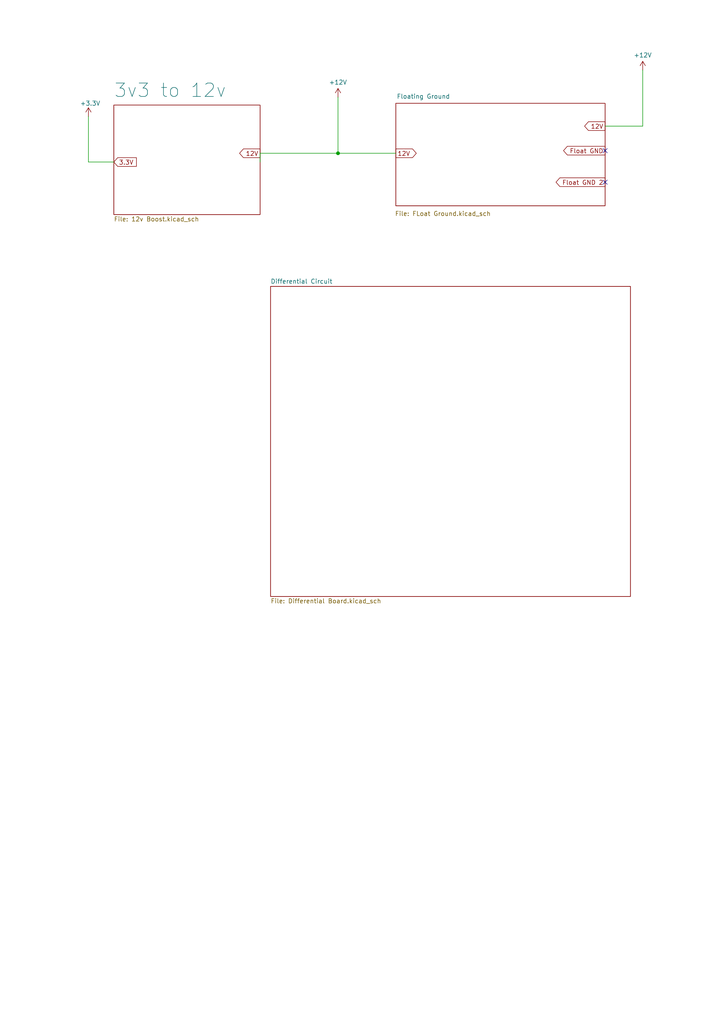
<source format=kicad_sch>
(kicad_sch (version 20231120) (generator "eeschema") (generator_version "8.0")
  (paper "A4" portrait)
  (title_block (rev "V1.0") (company "MyoGen Solutions") (comment 1 "Designed By Eng. Ndambia M."))
  (lib_symbols
    (symbol "power:+12V" (power) (pin_numbers hide) (pin_names (offset 0) hide)
      (property "Value" "+12V" (at 0 3.556 0))
      (symbol "+12V_0_1"
        (polyline (pts (xy -0.762 1.27) (xy 0 2.54)))
        (polyline (pts (xy 0 0) (xy 0 2.54)))
        (polyline (pts (xy 0 2.54) (xy 0.762 1.27)))
      )
      (symbol "+12V_1_1"
        (pin power_in line (at 0 0 90) (length 0) (name "~") (number "1"))
      )
    )
    (symbol "power:+3.3V" (power) (pin_numbers hide) (pin_names (offset 0) hide)
      (property "Value" "+3.3V" (at 0 3.556 0))
      (symbol "+3.3V_0_1"
        (polyline (pts (xy -0.762 1.27) (xy 0 2.54)))
        (polyline (pts (xy 0 0) (xy 0 2.54)))
        (polyline (pts (xy 0 2.54) (xy 0.762 1.27)))
      )
      (symbol "+3.3V_1_1"
        (pin power_in line (at 0 0 90) (length 0) (name "~") (number "1"))
      )
    )
  )
  (junction (at 98.044 44.45))
  (no_connect (at 175.514 52.832))
  (no_connect (at 175.514 43.688))
  (wire (pts (xy 25.654 46.99) (xy 33.02 46.99)))
  (wire (pts (xy 186.436 20.32) (xy 186.436 36.576)))
  (wire (pts (xy 98.044 28.194) (xy 98.044 44.45)))
  (wire (pts (xy 25.654 33.782) (xy 25.654 46.99)))
  (wire (pts (xy 98.044 44.45) (xy 114.808 44.45)))
  (wire (pts (xy 175.514 36.576) (xy 186.436 36.576)))
  (wire (pts (xy 75.438 44.45) (xy 75.438 46.99)))
  (wire (pts (xy 75.438 44.45) (xy 98.044 44.45)))
  (global_label "12V" (shape output) (at 75.438 44.45 180) (property "Intersheetrefs" "${INTERSHEET_REFS}" (effects (hide yes))))
  (global_label "12V" (shape output) (at 114.808 44.45 0) (property "Intersheetrefs" "${INTERSHEET_REFS}" (effects (hide yes))))
  (global_label "Float GND" (shape output) (at 175.514 43.688 180) (property "Intersheetrefs" "${INTERSHEET_REFS}" (effects (hide yes))))
  (global_label "3.3V" (shape input) (at 33.02 46.99 0) (property "Intersheetrefs" "${INTERSHEET_REFS}" (effects (hide yes))))
  (global_label "Float GND 2" (shape output) (at 175.514 52.832 180) (property "Intersheetrefs" "${INTERSHEET_REFS}" (effects (hide yes))))
  (global_label "12V" (shape output) (at 175.514 36.576 180) (property "Intersheetrefs" "${INTERSHEET_REFS}" (effects (hide yes))))
  (symbol (lib_id "power:+12V") (at 186.436 20.32 0) (unit 1)
    (property "Reference" "#PWR078" (effects (hide yes)))
    (property "Value" "+12V" (at 186.436 16.002 0))
    (property "Description" "Power symbol creates a global label with name \"+12V\"" (effects (hide yes)))
  )
  (symbol (lib_id "power:+3.3V") (at 25.654 33.782 0) (unit 1)
    (property "Reference" "#PWR075" (effects (hide yes)))
    (property "Value" "+3.3V" (at 26.162 29.972 0))
  )
  (symbol (lib_id "power:+12V") (at 98.044 28.194 0) (unit 1)
    (property "Reference" "#PWR076" (effects (hide yes)))
    (property "Value" "+12V" (at 98.044 23.876 0))
    (property "Description" "Power symbol creates a global label with name \"+12V\"" (effects (hide yes)))
  )
  (sheet (at 78.486 83.058) (size 104.394 89.916) (stroke (width 0.1524))
    (property "Sheetname" "Differential Circuit" (at 78.486 82.3464 0) (effects (justify left bottom)))
    (property "Sheetfile" "Differential Board.kicad_sch" (at 78.486 173.5586 0) (effects (justify left top)))
  )
  (sheet (at 114.808 29.972) (size 60.706 29.718) (stroke (width 0.1524))
    (property "Sheetname" "Floating Ground" (at 115.062 28.702 0) (effects (justify left bottom)))
    (property "Sheetfile" "FLoat Ground.kicad_sch" (at 114.554 61.214 0) (effects (justify left top)))
  )
  (sheet (at 33.02 30.48) (size 42.418 31.75) (stroke (width 0.1524))
    (property "Sheetname" "3v3 to 12v" (at 33.02 28.4534 0) (effects (font (size 3.9 3.9)) (justify left bottom)))
    (property "Sheetfile" "12v Boost.kicad_sch" (at 33.02 62.8146 0) (effects (justify left top)))
  )
)
</source>
